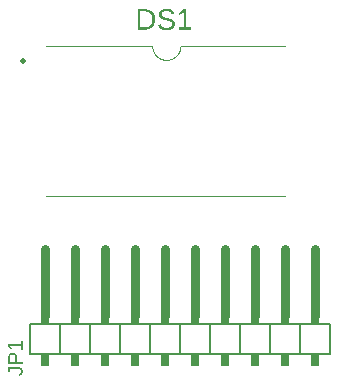
<source format=gbr>
G04 EAGLE Gerber RS-274X export*
G75*
%MOMM*%
%FSLAX34Y34*%
%LPD*%
%INSilkscreen Top*%
%IPPOS*%
%AMOC8*
5,1,8,0,0,1.08239X$1,22.5*%
G01*
G04 Define Apertures*
%ADD10C,0.120000*%
%ADD11C,0.500000*%
%ADD12C,0.152400*%
%ADD13C,0.762000*%
%ADD14R,0.762000X0.508000*%
%ADD15R,0.762000X1.016000*%
G36*
X122789Y991910D02*
X116324Y991910D01*
X116324Y1009196D01*
X122040Y1009196D01*
X122582Y1009187D01*
X123107Y1009161D01*
X123617Y1009118D01*
X124111Y1009058D01*
X124590Y1008981D01*
X125052Y1008886D01*
X125499Y1008774D01*
X125931Y1008645D01*
X126347Y1008499D01*
X126747Y1008336D01*
X127131Y1008155D01*
X127500Y1007957D01*
X127853Y1007742D01*
X128191Y1007510D01*
X128512Y1007260D01*
X128819Y1006994D01*
X129108Y1006711D01*
X129378Y1006414D01*
X129629Y1006102D01*
X129862Y1005776D01*
X130077Y1005436D01*
X130273Y1005081D01*
X130450Y1004711D01*
X130608Y1004327D01*
X130748Y1003928D01*
X130869Y1003515D01*
X130972Y1003087D01*
X131056Y1002645D01*
X131121Y1002188D01*
X131167Y1001717D01*
X131195Y1001231D01*
X131205Y1000731D01*
X131188Y1000073D01*
X131140Y999435D01*
X131058Y998819D01*
X130944Y998223D01*
X130797Y997649D01*
X130618Y997095D01*
X130406Y996562D01*
X130162Y996050D01*
X129888Y995564D01*
X129586Y995106D01*
X129257Y994678D01*
X128901Y994279D01*
X128518Y993910D01*
X128108Y993570D01*
X127670Y993259D01*
X127205Y992977D01*
X126718Y992727D01*
X126212Y992510D01*
X125687Y992327D01*
X125144Y992177D01*
X124583Y992060D01*
X124003Y991977D01*
X123405Y991927D01*
X122789Y991910D01*
G37*
%LPC*%
G36*
X122519Y993787D02*
X122987Y993800D01*
X123441Y993839D01*
X123880Y993904D01*
X124305Y993996D01*
X124716Y994113D01*
X125112Y994256D01*
X125494Y994426D01*
X125862Y994621D01*
X126212Y994841D01*
X126541Y995084D01*
X126849Y995350D01*
X127136Y995639D01*
X127403Y995952D01*
X127648Y996287D01*
X127873Y996645D01*
X128076Y997026D01*
X128257Y997427D01*
X128414Y997846D01*
X128547Y998283D01*
X128656Y998737D01*
X128741Y999209D01*
X128801Y999699D01*
X128837Y1000206D01*
X128849Y1000731D01*
X128842Y1001127D01*
X128822Y1001510D01*
X128787Y1001882D01*
X128739Y1002242D01*
X128677Y1002590D01*
X128602Y1002927D01*
X128512Y1003251D01*
X128409Y1003563D01*
X128292Y1003863D01*
X128162Y1004152D01*
X128017Y1004428D01*
X127859Y1004693D01*
X127687Y1004946D01*
X127501Y1005186D01*
X127302Y1005415D01*
X127089Y1005632D01*
X126863Y1005836D01*
X126624Y1006027D01*
X126373Y1006205D01*
X126110Y1006370D01*
X125835Y1006521D01*
X125547Y1006660D01*
X125247Y1006785D01*
X124934Y1006897D01*
X124609Y1006996D01*
X124272Y1007081D01*
X123923Y1007154D01*
X123561Y1007213D01*
X123187Y1007259D01*
X122801Y1007292D01*
X122402Y1007312D01*
X121991Y1007319D01*
X118667Y1007319D01*
X118667Y993787D01*
X122519Y993787D01*
G37*
%LPD*%
G36*
X140852Y991665D02*
X140083Y991682D01*
X139356Y991733D01*
X138670Y991819D01*
X138025Y991939D01*
X137422Y992094D01*
X136861Y992282D01*
X136341Y992505D01*
X135862Y992763D01*
X135425Y993054D01*
X135030Y993380D01*
X134676Y993741D01*
X134363Y994135D01*
X134092Y994564D01*
X133863Y995027D01*
X133675Y995525D01*
X133528Y996057D01*
X135798Y996511D01*
X135910Y996134D01*
X136050Y995783D01*
X136217Y995458D01*
X136411Y995160D01*
X136634Y994886D01*
X136884Y994639D01*
X137161Y994418D01*
X137466Y994223D01*
X137800Y994051D01*
X138162Y993903D01*
X138553Y993778D01*
X138972Y993675D01*
X139421Y993595D01*
X139898Y993538D01*
X140404Y993504D01*
X140938Y993493D01*
X141490Y993505D01*
X142008Y993541D01*
X142495Y993602D01*
X142949Y993687D01*
X143370Y993797D01*
X143760Y993931D01*
X144116Y994089D01*
X144441Y994272D01*
X144730Y994478D01*
X144980Y994707D01*
X145192Y994959D01*
X145366Y995233D01*
X145500Y995531D01*
X145597Y995851D01*
X145655Y996194D01*
X145674Y996560D01*
X145668Y996766D01*
X145650Y996963D01*
X145619Y997150D01*
X145577Y997326D01*
X145456Y997650D01*
X145287Y997934D01*
X145075Y998186D01*
X144823Y998415D01*
X144532Y998621D01*
X144202Y998805D01*
X143835Y998970D01*
X143435Y999121D01*
X143001Y999258D01*
X142533Y999381D01*
X140386Y999884D01*
X139424Y1000111D01*
X138584Y1000338D01*
X137869Y1000565D01*
X137276Y1000792D01*
X136774Y1001026D01*
X136327Y1001272D01*
X135936Y1001532D01*
X135602Y1001804D01*
X135313Y1002095D01*
X135060Y1002410D01*
X134844Y1002748D01*
X134663Y1003111D01*
X134521Y1003499D01*
X134419Y1003914D01*
X134358Y1004357D01*
X134338Y1004828D01*
X134345Y1005102D01*
X134365Y1005367D01*
X134398Y1005625D01*
X134444Y1005875D01*
X134504Y1006117D01*
X134577Y1006350D01*
X134763Y1006794D01*
X135002Y1007206D01*
X135294Y1007586D01*
X135639Y1007935D01*
X136037Y1008251D01*
X136485Y1008533D01*
X136978Y1008777D01*
X137518Y1008984D01*
X138103Y1009153D01*
X138734Y1009284D01*
X139411Y1009378D01*
X140133Y1009435D01*
X140902Y1009453D01*
X141616Y1009439D01*
X142287Y1009397D01*
X142915Y1009327D01*
X143499Y1009228D01*
X144040Y1009101D01*
X144538Y1008946D01*
X144993Y1008763D01*
X145404Y1008552D01*
X145779Y1008306D01*
X146125Y1008021D01*
X146441Y1007697D01*
X146729Y1007332D01*
X146987Y1006929D01*
X147217Y1006485D01*
X147417Y1006002D01*
X147588Y1005478D01*
X145281Y1005074D01*
X145175Y1005405D01*
X145048Y1005713D01*
X144899Y1005998D01*
X144729Y1006259D01*
X144537Y1006496D01*
X144324Y1006710D01*
X144090Y1006901D01*
X143834Y1007067D01*
X143554Y1007212D01*
X143249Y1007338D01*
X142918Y1007445D01*
X142561Y1007532D01*
X142178Y1007600D01*
X141770Y1007648D01*
X141336Y1007677D01*
X140877Y1007687D01*
X140374Y1007676D01*
X139902Y1007644D01*
X139460Y1007590D01*
X139049Y1007515D01*
X138669Y1007418D01*
X138319Y1007300D01*
X138000Y1007161D01*
X137712Y1007000D01*
X137456Y1006817D01*
X137234Y1006614D01*
X137046Y1006390D01*
X136893Y1006144D01*
X136774Y1005877D01*
X136688Y1005590D01*
X136637Y1005281D01*
X136620Y1004951D01*
X136627Y1004756D01*
X136646Y1004569D01*
X136680Y1004392D01*
X136726Y1004223D01*
X136785Y1004062D01*
X136858Y1003910D01*
X137043Y1003632D01*
X137278Y1003381D01*
X137560Y1003151D01*
X137889Y1002940D01*
X138264Y1002749D01*
X138762Y1002558D01*
X139457Y1002346D01*
X140350Y1002113D01*
X141441Y1001859D01*
X143030Y1001485D01*
X143804Y1001277D01*
X144545Y1001031D01*
X145246Y1000745D01*
X145901Y1000412D01*
X146206Y1000224D01*
X146491Y1000016D01*
X146755Y999788D01*
X146999Y999541D01*
X147219Y999272D01*
X147414Y998979D01*
X147584Y998664D01*
X147729Y998326D01*
X147844Y997961D01*
X147927Y997566D01*
X147976Y997139D01*
X147992Y996682D01*
X147985Y996387D01*
X147963Y996101D01*
X147927Y995823D01*
X147876Y995554D01*
X147810Y995293D01*
X147729Y995040D01*
X147634Y994796D01*
X147525Y994560D01*
X147401Y994333D01*
X147262Y994114D01*
X147108Y993903D01*
X146940Y993701D01*
X146560Y993322D01*
X146122Y992977D01*
X145630Y992670D01*
X145091Y992403D01*
X144504Y992177D01*
X143869Y991993D01*
X143186Y991849D01*
X142456Y991747D01*
X141678Y991685D01*
X140852Y991665D01*
G37*
G36*
X161884Y991910D02*
X151051Y991910D01*
X151051Y993787D01*
X155456Y993787D01*
X155456Y1007086D01*
X151554Y1004301D01*
X151554Y1006386D01*
X155640Y1009196D01*
X157676Y1009196D01*
X157676Y993787D01*
X161884Y993787D01*
X161884Y991910D01*
G37*
G36*
X19050Y708940D02*
X6709Y708940D01*
X6709Y714134D01*
X6724Y714638D01*
X6770Y715113D01*
X6846Y715559D01*
X6952Y715975D01*
X7089Y716363D01*
X7256Y716721D01*
X7454Y717049D01*
X7681Y717348D01*
X7937Y717615D01*
X8217Y717847D01*
X8523Y718042D01*
X8853Y718202D01*
X9208Y718327D01*
X9588Y718416D01*
X9993Y718469D01*
X10423Y718487D01*
X10850Y718469D01*
X11254Y718416D01*
X11636Y718326D01*
X11995Y718201D01*
X12332Y718041D01*
X12646Y717844D01*
X12938Y717612D01*
X13208Y717344D01*
X13450Y717045D01*
X13660Y716721D01*
X13838Y716372D01*
X13983Y715996D01*
X14096Y715595D01*
X14177Y715169D01*
X14225Y714717D01*
X14242Y714239D01*
X14242Y710613D01*
X19050Y710613D01*
X19050Y708940D01*
G37*
%LPC*%
G36*
X12919Y710613D02*
X12919Y714003D01*
X12909Y714342D01*
X12880Y714660D01*
X12832Y714955D01*
X12764Y715229D01*
X12677Y715481D01*
X12570Y715711D01*
X12445Y715919D01*
X12299Y716105D01*
X12135Y716269D01*
X11951Y716411D01*
X11747Y716532D01*
X11525Y716630D01*
X11283Y716707D01*
X11021Y716762D01*
X10741Y716794D01*
X10440Y716805D01*
X10151Y716794D01*
X9880Y716760D01*
X9628Y716704D01*
X9394Y716626D01*
X9179Y716525D01*
X8983Y716401D01*
X8806Y716255D01*
X8647Y716087D01*
X8507Y715896D01*
X8386Y715683D01*
X8283Y715448D01*
X8199Y715189D01*
X8133Y714909D01*
X8087Y714606D01*
X8059Y714280D01*
X8049Y713933D01*
X8049Y710613D01*
X12919Y710613D01*
G37*
%LPD*%
G36*
X19050Y720773D02*
X17710Y720773D01*
X17710Y723917D01*
X8216Y723917D01*
X10204Y721132D01*
X8715Y721132D01*
X6709Y724048D01*
X6709Y725502D01*
X17710Y725502D01*
X17710Y728506D01*
X19050Y728506D01*
X19050Y720773D01*
G37*
G36*
X15985Y698780D02*
X15713Y700418D01*
X15960Y700464D01*
X16193Y700522D01*
X16412Y700592D01*
X16617Y700674D01*
X16809Y700769D01*
X16986Y700876D01*
X17149Y700996D01*
X17298Y701128D01*
X17432Y701270D01*
X17547Y701421D01*
X17645Y701581D01*
X17725Y701749D01*
X17788Y701927D01*
X17832Y702113D01*
X17859Y702308D01*
X17868Y702511D01*
X17858Y702733D01*
X17828Y702943D01*
X17780Y703140D01*
X17711Y703326D01*
X17623Y703499D01*
X17515Y703661D01*
X17388Y703810D01*
X17241Y703948D01*
X17076Y704071D01*
X16892Y704178D01*
X16690Y704268D01*
X16470Y704342D01*
X16231Y704399D01*
X15974Y704440D01*
X15700Y704465D01*
X15406Y704473D01*
X8076Y704473D01*
X8076Y702100D01*
X6709Y702100D01*
X6709Y706137D01*
X15371Y706137D01*
X15808Y706122D01*
X16221Y706077D01*
X16610Y706001D01*
X16975Y705894D01*
X17316Y705758D01*
X17634Y705591D01*
X17927Y705393D01*
X18196Y705165D01*
X18437Y704911D01*
X18646Y704634D01*
X18823Y704335D01*
X18968Y704014D01*
X19080Y703669D01*
X19161Y703303D01*
X19209Y702914D01*
X19225Y702503D01*
X19213Y702121D01*
X19175Y701759D01*
X19111Y701416D01*
X19023Y701094D01*
X18909Y700792D01*
X18769Y700509D01*
X18605Y700247D01*
X18415Y700004D01*
X18200Y699782D01*
X17959Y699579D01*
X17693Y699396D01*
X17402Y699233D01*
X17086Y699090D01*
X16744Y698967D01*
X16377Y698864D01*
X15985Y698780D01*
G37*
D10*
X38450Y978296D02*
X128716Y978296D01*
X152716Y978296D02*
X240950Y978296D01*
X152716Y978296D02*
X152712Y978004D01*
X152702Y977712D01*
X152684Y977420D01*
X152659Y977129D01*
X152627Y976838D01*
X152588Y976549D01*
X152542Y976260D01*
X152489Y975973D01*
X152429Y975687D01*
X152362Y975402D01*
X152288Y975120D01*
X152207Y974839D01*
X152120Y974560D01*
X152025Y974283D01*
X151924Y974009D01*
X151816Y973738D01*
X151702Y973469D01*
X151581Y973203D01*
X151454Y972939D01*
X151321Y972680D01*
X151181Y972423D01*
X151034Y972170D01*
X150882Y971920D01*
X150724Y971675D01*
X150560Y971433D01*
X150390Y971195D01*
X150214Y970962D01*
X150033Y970733D01*
X149846Y970508D01*
X149653Y970288D01*
X149456Y970073D01*
X149253Y969863D01*
X149045Y969657D01*
X148832Y969457D01*
X148614Y969262D01*
X148392Y969072D01*
X148165Y968888D01*
X147934Y968709D01*
X147698Y968537D01*
X147459Y968369D01*
X147215Y968208D01*
X146967Y968053D01*
X146716Y967904D01*
X146461Y967761D01*
X146203Y967624D01*
X145941Y967493D01*
X145677Y967369D01*
X145409Y967252D01*
X145139Y967141D01*
X144866Y967036D01*
X144591Y966939D01*
X144313Y966848D01*
X144033Y966764D01*
X143751Y966686D01*
X143468Y966616D01*
X143182Y966552D01*
X142896Y966496D01*
X142608Y966446D01*
X142319Y966403D01*
X142028Y966368D01*
X141738Y966340D01*
X141446Y966318D01*
X141154Y966304D01*
X140862Y966297D01*
X140570Y966297D01*
X140278Y966304D01*
X139986Y966318D01*
X139694Y966340D01*
X139404Y966368D01*
X139113Y966403D01*
X138824Y966446D01*
X138536Y966496D01*
X138250Y966552D01*
X137964Y966616D01*
X137681Y966686D01*
X137399Y966764D01*
X137119Y966848D01*
X136841Y966939D01*
X136566Y967036D01*
X136293Y967141D01*
X136023Y967252D01*
X135755Y967369D01*
X135491Y967493D01*
X135229Y967624D01*
X134971Y967761D01*
X134716Y967904D01*
X134465Y968053D01*
X134217Y968208D01*
X133973Y968369D01*
X133734Y968537D01*
X133498Y968709D01*
X133267Y968888D01*
X133040Y969072D01*
X132818Y969262D01*
X132600Y969457D01*
X132387Y969657D01*
X132179Y969863D01*
X131976Y970073D01*
X131779Y970288D01*
X131586Y970508D01*
X131399Y970733D01*
X131218Y970962D01*
X131042Y971195D01*
X130872Y971433D01*
X130708Y971675D01*
X130550Y971920D01*
X130398Y972170D01*
X130251Y972423D01*
X130111Y972680D01*
X129978Y972939D01*
X129851Y973203D01*
X129730Y973469D01*
X129616Y973738D01*
X129508Y974009D01*
X129407Y974283D01*
X129312Y974560D01*
X129225Y974839D01*
X129144Y975120D01*
X129070Y975402D01*
X129003Y975687D01*
X128943Y975973D01*
X128890Y976260D01*
X128844Y976549D01*
X128805Y976838D01*
X128773Y977129D01*
X128748Y977420D01*
X128730Y977712D01*
X128720Y978004D01*
X128716Y978296D01*
X38450Y850650D02*
X240950Y850650D01*
D11*
X19542Y965200D03*
D12*
X25400Y717550D02*
X50800Y717550D01*
X50800Y742950D01*
X25400Y742950D01*
X25400Y717550D01*
D13*
X38100Y749300D02*
X38100Y806450D01*
D12*
X50800Y717550D02*
X76200Y717550D01*
X76200Y742950D01*
X50800Y742950D01*
D13*
X63500Y749300D02*
X63500Y806450D01*
D12*
X76200Y717550D02*
X101600Y717550D01*
X101600Y742950D01*
X76200Y742950D01*
D13*
X88900Y749300D02*
X88900Y806450D01*
D12*
X101600Y717550D02*
X127000Y717550D01*
X127000Y742950D01*
X101600Y742950D01*
D13*
X114300Y749300D02*
X114300Y806450D01*
D12*
X127000Y717550D02*
X152400Y717550D01*
X152400Y742950D01*
X127000Y742950D01*
D13*
X139700Y749300D02*
X139700Y806450D01*
D12*
X152400Y717550D02*
X177800Y717550D01*
X177800Y742950D01*
X152400Y742950D01*
D13*
X165100Y749300D02*
X165100Y806450D01*
D12*
X177800Y717550D02*
X203200Y717550D01*
X203200Y742950D01*
X177800Y742950D01*
D13*
X190500Y749300D02*
X190500Y806450D01*
D12*
X203200Y717550D02*
X228600Y717550D01*
X228600Y742950D01*
X203200Y742950D01*
D13*
X215900Y749300D02*
X215900Y806450D01*
D12*
X228600Y717550D02*
X254000Y717550D01*
X254000Y742950D01*
X228600Y742950D01*
D13*
X241300Y749300D02*
X241300Y806450D01*
D12*
X254000Y717550D02*
X279400Y717550D01*
X279400Y742950D01*
X254000Y742950D01*
D13*
X266700Y749300D02*
X266700Y806450D01*
D14*
X38100Y745490D03*
X63500Y745490D03*
X88900Y745490D03*
X114300Y745490D03*
X139700Y745490D03*
X165100Y745490D03*
X190500Y745490D03*
X215900Y745490D03*
X241300Y745490D03*
X266700Y745490D03*
D15*
X38100Y712470D03*
X63500Y712470D03*
X88900Y712470D03*
X114300Y712470D03*
X139700Y712470D03*
X165100Y712470D03*
X190500Y712470D03*
X215900Y712470D03*
X241300Y712470D03*
X266700Y712470D03*
M02*

</source>
